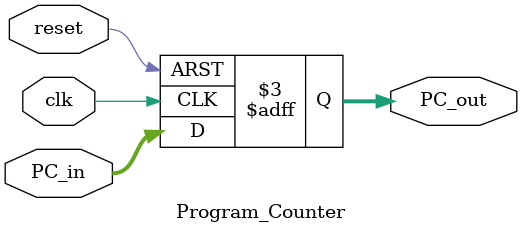
<source format=v>

module Program_Counter(clk, reset, PC_in, PC_out);

input clk, reset;
input [31:0] PC_in;      
output reg [31:0] PC_out;

// --> reg é um tipo de dado usado para variáveis que mantêm um valor entre as atribuições em blocos de procedimento (always, initial, etc.).
// Não significa que será um registrador físico (flip-flop) no hardware! Isso depende de como o reg é usado.
// É obrigatório usar reg para variáveis que são atribuídas dentro de blocos procedurais (como always ou initial

// bloco de logica sequencial
// bloco acionado por posedge: borda de subida
always @(posedge clk or posedge reset)
begin
if(reset == 1'b1) 
	PC_out <= 32'h0000000; //valor hex de 32 bits. <tamanho>'<base><valor>
else
	PC_out <= PC_in;
end

endmodule
</source>
